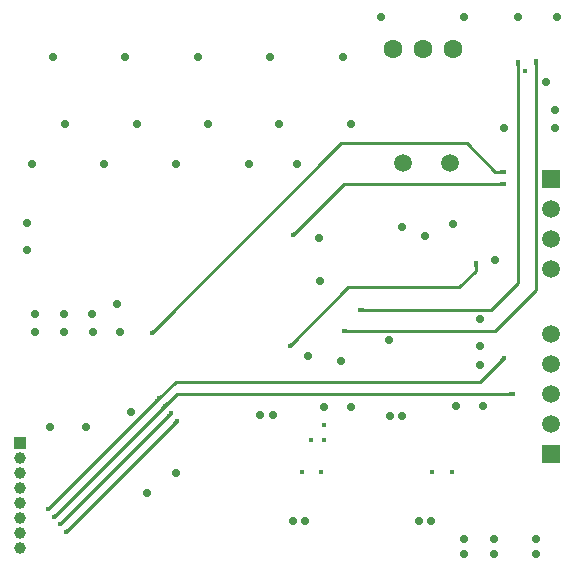
<source format=gbl>
G04*
G04 #@! TF.GenerationSoftware,Altium Limited,Altium Designer,22.8.2 (66)*
G04*
G04 Layer_Physical_Order=4*
G04 Layer_Color=16711680*
%FSLAX25Y25*%
%MOIN*%
G70*
G04*
G04 #@! TF.SameCoordinates,353F7BBD-D662-4BEA-BAB2-8ECF1C4A7E15*
G04*
G04*
G04 #@! TF.FilePolarity,Positive*
G04*
G01*
G75*
%ADD10C,0.01000*%
%ADD50C,0.05906*%
%ADD51C,0.06299*%
%ADD52R,0.05906X0.05906*%
%ADD53C,0.03937*%
%ADD54R,0.03937X0.03937*%
%ADD55C,0.02756*%
%ADD56C,0.01772*%
G36*
X340608Y241950D02*
X340241Y241427D01*
X339398Y242337D01*
X339934Y242690D01*
X340608Y241950D01*
D02*
G37*
G36*
X338608Y244450D02*
X338241Y243927D01*
X337398Y244837D01*
X337934Y245190D01*
X338608Y244450D01*
D02*
G37*
G36*
X344608Y236950D02*
X344241Y236427D01*
X343398Y237337D01*
X343934Y237690D01*
X344608Y236950D01*
D02*
G37*
G36*
X342608Y239450D02*
X342241Y238927D01*
X341398Y239837D01*
X341934Y240190D01*
X342608Y239450D01*
D02*
G37*
G36*
X379247Y273002D02*
X379614Y273526D01*
X380457Y272615D01*
X379921Y272262D01*
X379247Y273002D01*
D02*
G37*
G36*
X377746Y279039D02*
X377386Y278509D01*
X376509Y279386D01*
X377039Y279746D01*
X377746Y279039D01*
D02*
G37*
G36*
X376457Y277615D02*
X375921Y277262D01*
X375247Y278002D01*
X375615Y278525D01*
X376457Y277615D01*
D02*
G37*
G36*
X378457Y275115D02*
X377921Y274762D01*
X377247Y275502D01*
X377614Y276026D01*
X378457Y275115D01*
D02*
G37*
G36*
X373247Y280502D02*
X373615Y281026D01*
X374457Y280115D01*
X373921Y279762D01*
X373247Y280502D01*
D02*
G37*
G36*
X375746Y281539D02*
X375386Y281009D01*
X374509Y281886D01*
X375039Y282246D01*
X375746Y281539D01*
D02*
G37*
G36*
X373246Y303407D02*
X372886Y302877D01*
X372009Y303754D01*
X372539Y304114D01*
X373246Y303407D01*
D02*
G37*
G36*
X419246Y299039D02*
X418886Y298509D01*
X418009Y299386D01*
X418539Y299746D01*
X419246Y299039D01*
D02*
G37*
G36*
X437263Y303000D02*
X436633Y302880D01*
Y304120D01*
X437263Y304000D01*
Y303000D01*
D02*
G37*
G36*
X442809Y310075D02*
X442183Y309936D01*
X442078Y311171D01*
X442705Y311075D01*
X442809Y310075D01*
D02*
G37*
G36*
X491237Y283000D02*
X491867Y283120D01*
Y281880D01*
X491237Y282000D01*
Y283000D01*
D02*
G37*
G36*
X488254Y293961D02*
X488614Y294491D01*
X489491Y293614D01*
X488961Y293254D01*
X488254Y293961D01*
D02*
G37*
G36*
X479500Y324737D02*
X479380Y325367D01*
X480620D01*
X480500Y324737D01*
X479500D01*
D02*
G37*
G36*
X488867Y355880D02*
X488237Y356000D01*
Y357000D01*
X488867Y357120D01*
Y355880D01*
D02*
G37*
G36*
Y351880D02*
X488237Y352000D01*
Y353000D01*
X488867Y353120D01*
Y351880D01*
D02*
G37*
G36*
X420246Y336039D02*
X419886Y335509D01*
X419009Y336386D01*
X419539Y336746D01*
X420246Y336039D01*
D02*
G37*
G36*
X493500Y391737D02*
X493380Y392367D01*
X494620D01*
X494500Y391737D01*
X493500D01*
D02*
G37*
G36*
X499500Y392237D02*
X499380Y392867D01*
X500620D01*
X500500Y392237D01*
X499500D01*
D02*
G37*
D10*
X486500Y303500D02*
X500000Y317000D01*
Y393500D01*
X337404Y243952D02*
X374451Y281000D01*
X337355Y243952D02*
X337404D01*
X374451Y281000D02*
X374500D01*
X436000Y303500D02*
X486500D01*
X441500Y310500D02*
X441575Y310575D01*
X485075D02*
X494000Y319500D01*
X441575Y310575D02*
X485075D01*
X481500Y286500D02*
X489500Y294500D01*
X380000Y286500D02*
X481500D01*
X494000Y319500D02*
Y393000D01*
X435132Y366000D02*
X477000D01*
X486500Y356500D02*
X489500D01*
X477000Y366000D02*
X486500Y356500D01*
X372000Y302868D02*
X435132Y366000D01*
X419000Y335500D02*
X436000Y352500D01*
X489500D01*
X418000Y298500D02*
X437500Y318000D01*
X474500D01*
X480000Y323500D01*
Y326000D01*
X343404Y236452D02*
X380451Y273500D01*
X343355Y236452D02*
X343404D01*
X380451Y273500D02*
X380500D01*
X378451Y276000D02*
X378500D01*
X341355Y238952D02*
X341404D01*
X378451Y276000D01*
X339404Y241452D02*
X376451Y278500D01*
X376500D01*
X339355Y241452D02*
X339404D01*
X376500Y278500D02*
X380500Y282500D01*
X374500Y281000D02*
X380000Y286500D01*
X380352Y273352D02*
X380500Y273500D01*
X378352Y275852D02*
X378500Y276000D01*
X380500Y282500D02*
X492500D01*
D50*
X455752Y359500D02*
D03*
X471500D02*
D03*
X505000Y324000D02*
D03*
Y334000D02*
D03*
Y344000D02*
D03*
Y272500D02*
D03*
Y282500D02*
D03*
Y292500D02*
D03*
Y302500D02*
D03*
D51*
X452500Y397500D02*
D03*
X462500D02*
D03*
X472500D02*
D03*
D52*
X505000Y354000D02*
D03*
Y262500D02*
D03*
D53*
X328000Y231000D02*
D03*
Y236000D02*
D03*
Y241000D02*
D03*
Y246000D02*
D03*
Y251000D02*
D03*
Y256000D02*
D03*
Y261000D02*
D03*
D54*
Y266000D02*
D03*
D55*
X333000Y303000D02*
D03*
X342858Y303163D02*
D03*
X352500Y303000D02*
D03*
X352223Y309013D02*
D03*
X342835Y308968D02*
D03*
X333000Y309000D02*
D03*
X361500Y303000D02*
D03*
X360500Y312500D02*
D03*
X338000Y271500D02*
D03*
X481500Y292000D02*
D03*
Y298500D02*
D03*
Y307500D02*
D03*
X428000Y320000D02*
D03*
X424000Y295000D02*
D03*
X350000Y271500D02*
D03*
X451000Y300500D02*
D03*
X332000Y359000D02*
D03*
X356000D02*
D03*
X380300D02*
D03*
X420500D02*
D03*
X404500D02*
D03*
X367000Y372500D02*
D03*
X390800D02*
D03*
X414500D02*
D03*
X438500D02*
D03*
X472500Y339000D02*
D03*
X486500Y327000D02*
D03*
X463000Y335000D02*
D03*
X455500Y338000D02*
D03*
X506500Y371000D02*
D03*
X489500D02*
D03*
X503500Y386500D02*
D03*
X507000Y408000D02*
D03*
X494000D02*
D03*
X476000D02*
D03*
X330500Y330500D02*
D03*
Y339500D02*
D03*
X435811Y394705D02*
D03*
X411608Y394795D02*
D03*
X387405D02*
D03*
X343000Y372500D02*
D03*
X506500Y377000D02*
D03*
X427906Y334405D02*
D03*
X448500Y408000D02*
D03*
X363203Y394795D02*
D03*
X339000D02*
D03*
X365000Y276500D02*
D03*
X370406Y249500D02*
D03*
X380260Y256240D02*
D03*
X482500Y278500D02*
D03*
X473500D02*
D03*
X455500Y275000D02*
D03*
X451500D02*
D03*
X438500Y278000D02*
D03*
X429500D02*
D03*
X408000Y275500D02*
D03*
X412500D02*
D03*
X486000Y229000D02*
D03*
Y234000D02*
D03*
X423000Y240000D02*
D03*
X419000D02*
D03*
X500000Y229000D02*
D03*
Y234000D02*
D03*
X465000Y240000D02*
D03*
X476000Y229000D02*
D03*
Y234000D02*
D03*
X461000Y240000D02*
D03*
X435000Y293500D02*
D03*
D56*
X496500Y390000D02*
D03*
X472000Y256500D02*
D03*
X465500D02*
D03*
X429500Y272000D02*
D03*
Y267000D02*
D03*
X425000D02*
D03*
X428500Y256500D02*
D03*
X422000D02*
D03*
X436000Y303500D02*
D03*
X441500Y310500D02*
D03*
X489500Y294500D02*
D03*
X494000Y393000D02*
D03*
X500000Y393500D02*
D03*
X372000Y302868D02*
D03*
X418000Y298500D02*
D03*
X480000Y326000D02*
D03*
X489500Y352500D02*
D03*
Y356500D02*
D03*
X419000Y335500D02*
D03*
X341355Y238952D02*
D03*
X339355Y241452D02*
D03*
X343355Y236452D02*
D03*
X337355Y243952D02*
D03*
X376500Y278500D02*
D03*
X492500Y282500D02*
D03*
X380500Y273500D02*
D03*
X378500Y276000D02*
D03*
X374500Y281000D02*
D03*
M02*

</source>
